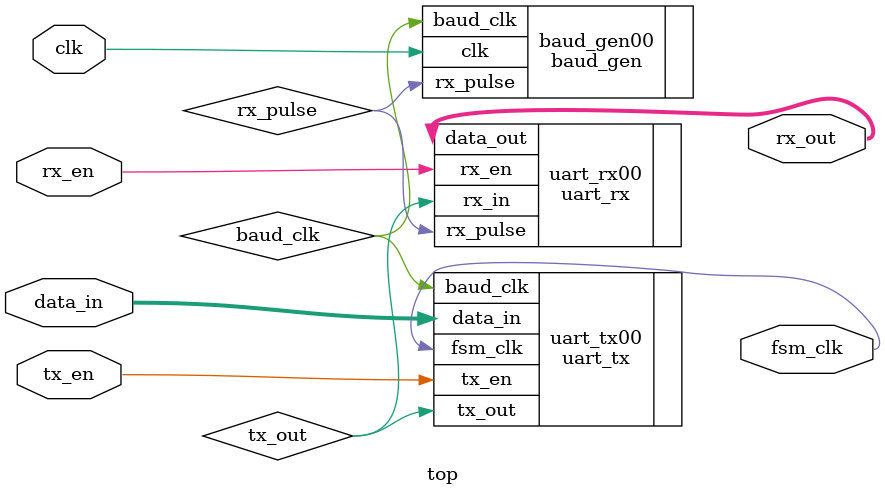
<source format=v>
`timescale 1ns / 1ps


module top(
    input wire clk,
    input wire tx_en,
    input wire rx_en,
    input wire [7:0] data_in,
    output wire fsm_clk,    // for testbench simulation
    output wire [7:0] rx_out
    );
    
    wire baud_clk;
    wire rx_pulse;
    wire tx_out;
    
     baud_gen baud_gen00 (
        .clk(clk),
        .baud_clk(baud_clk),
        .rx_pulse(rx_pulse)
    );
    
    uart_tx uart_tx00 (
        .baud_clk(baud_clk),
        .tx_en(tx_en),
        .data_in(data_in),
        .tx_out(tx_out),
        .fsm_clk(fsm_clk)
    );
    
    uart_rx uart_rx00 (
        .rx_pulse(rx_pulse),
        .rx_in(tx_out),
        .rx_en(rx_en),
        .data_out(rx_out)
    );
    
endmodule

</source>
